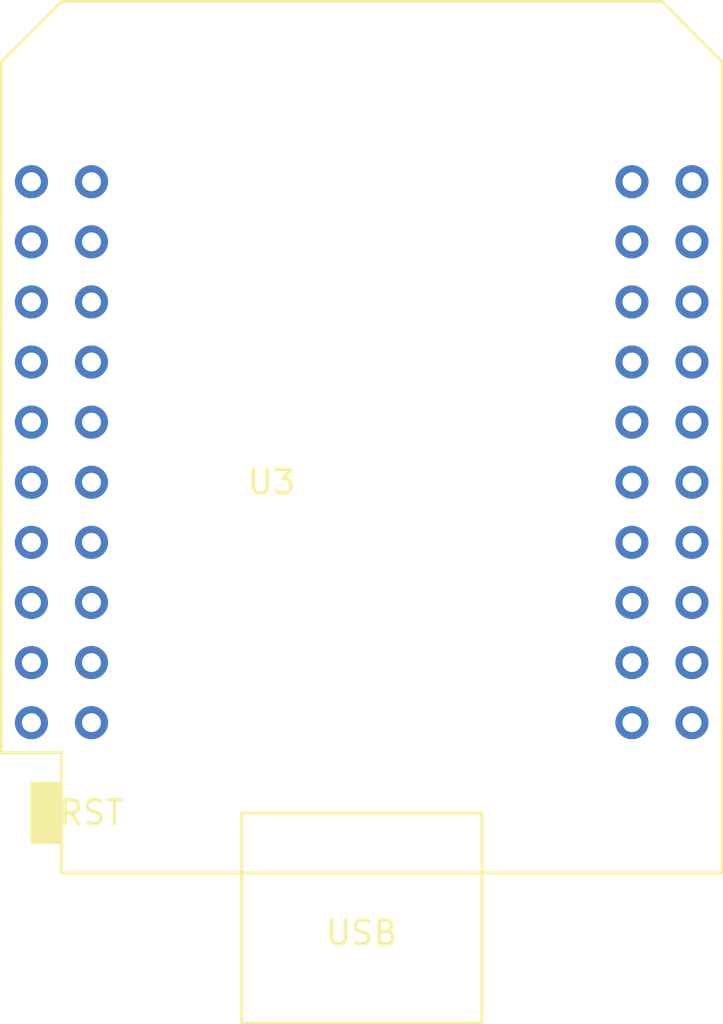
<source format=kicad_pcb>
(kicad_pcb (version 20211014) (generator pcbnew)
  (layers (0 "F.Cu" signal) (31 "B.Cu" signal) (34 "B.Paste" user) (35 "F.Paste" user) (36 "B.SilkS" user "B.Silkscreen") (37 "F.SilkS" user "F.Silkscreen") (38 "B.Mask" user) (39 "F.Mask" user) (44 "Edge.Cuts" user))
  (net 0 "")
  (net 8 "GND")
  (net 12 "Net-(U1-Pad2)")
  (net 13 "Net-(U2-Pad8)")
  (net 17 "Net-(U2-Pad5)")
  (net 24 "+3V3")
  (net 27 "Net-(U2-Pad3)")
  (net 28 "Net-(U2-Pad6)")
  (net 30 "Net-(U2-Pad9)")
  (net 31 "Net-(U2-Pad4)")
  (net 32 "Net-(U2-Pad7)")
  (footprint "ESP32_mini:ESP32_mini" (layer "F.Cu") (at 157.48 83.82)
    (fp_text reference "U3" (at -3.81 1.27) (layer "F.SilkS"))
    (fp_text value "mini_esp32")
    (fp_text user "USB" (at 0 20.32) (layer "F.SilkS"))
    (fp_text user "RST" (at -11.43 15.24) (layer "F.SilkS"))
    (fp_line (start -5.08 17.78) (end -5.08 15.24) (layer "F.SilkS") (width 0.12))
    (fp_line (start -12.7 -19.05) (end -15.24 -16.51) (layer "F.SilkS") (width 0.12))
    (fp_line (start -5.08 24.13) (end 5.08 24.13) (layer "F.SilkS") (width 0.12))
    (fp_line (start -15.24 12.7) (end -12.7 12.7) (layer "F.SilkS") (width 0.12))
    (fp_line (start 12.7 -19.05) (end 15.24 -16.51) (layer "F.SilkS") (width 0.12))
    (fp_line (start -12.7 12.7) (end -12.7 17.78) (layer "F.SilkS") (width 0.12))
    (fp_line (start 5.08 24.13) (end 5.08 17.78) (layer "F.SilkS") (width 0.12))
    (fp_line (start 15.24 -16.51) (end 15.24 17.78) (layer "F.SilkS") (width 0.12))
    (fp_line (start -5.08 15.24) (end 5.08 15.24) (layer "F.SilkS") (width 0.12))
    (fp_line (start -15.24 -16.51) (end -15.24 12.7) (layer "F.SilkS") (width 0.12))
    (fp_line (start 5.08 15.24) (end 5.08 17.78) (layer "F.SilkS") (width 0.12))
    (fp_line (start -5.08 17.78) (end -5.08 24.13) (layer "F.SilkS") (width 0.12))
    (fp_line (start -12.7 -19.05) (end -11.43 -19.05) (layer "F.SilkS") (width 0.12))
    (fp_line (start 12.7 -19.05) (end -11.43 -19.05) (layer "F.SilkS") (width 0.12))
    (fp_line (start -12.7 17.78) (end 15.24 17.78) (layer "F.SilkS") (width 0.12))
    (fp_poly (pts (xy -13.97 16.51) (xy -13.97 13.97) (xy -12.7 13.97) (xy -12.7 16.51)) (layer "F.SilkS") (width 0.1) (fill solid))
    (pad "1" thru_hole circle locked (at -13.97 -11.43 270) (size 1.4 1.4) (drill 0.8) (layers *.Cu *.Mask) (net 8 "GND"))
    (pad "2" thru_hole circle locked (at -11.43 -11.43 270) (size 1.4 1.4) (drill 0.8) (layers *.Cu *.Mask))
    (pad "3" thru_hole circle locked (at -13.97 -8.89 270) (size 1.4 1.4) (drill 0.8) (layers *.Cu *.Mask))
    (pad "4" thru_hole circle locked (at -11.43 -8.89 270) (size 1.4 1.4) (drill 0.8) (layers *.Cu *.Mask))
    (pad "5" thru_hole circle locked (at -13.97 -6.35 270) (size 1.4 1.4) (drill 0.8) (layers *.Cu *.Mask))
    (pad "6" thru_hole circle locked (at -11.43 -6.35 270) (size 1.4 1.4) (drill 0.8) (layers *.Cu *.Mask))
    (pad "7" thru_hole circle locked (at -13.97 -3.81 270) (size 1.4 1.4) (drill 0.8) (layers *.Cu *.Mask))
    (pad "8" thru_hole circle locked (at -11.43 -3.81 270) (size 1.4 1.4) (drill 0.8) (layers *.Cu *.Mask) (net 32 "Net-(U2-Pad7)"))
    (pad "9" thru_hole circle locked (at -13.97 -1.27 270) (size 1.4 1.4) (drill 0.8) (layers *.Cu *.Mask) (net 31 "Net-(U2-Pad4)"))
    (pad "10" thru_hole circle locked (at -11.43 -1.27 270) (size 1.4 1.4) (drill 0.8) (layers *.Cu *.Mask) (net 30 "Net-(U2-Pad9)"))
    (pad "11" thru_hole circle locked (at -13.97 1.27 270) (size 1.4 1.4) (drill 0.8) (layers *.Cu *.Mask))
    (pad "12" thru_hole circle locked (at -11.43 1.27 270) (size 1.4 1.4) (drill 0.8) (layers *.Cu *.Mask) (net 28 "Net-(U2-Pad6)"))
    (pad "13" thru_hole circle locked (at -13.97 3.81 270) (size 1.4 1.4) (drill 0.8) (layers *.Cu *.Mask) (net 27 "Net-(U2-Pad3)"))
    (pad "14" thru_hole circle locked (at -11.43 3.81 270) (size 1.4 1.4) (drill 0.8) (layers *.Cu *.Mask))
    (pad "15" thru_hole circle locked (at -13.97 6.35 270) (size 1.4 1.4) (drill 0.8) (layers *.Cu *.Mask))
    (pad "16" thru_hole circle locked (at -11.43 6.35 270) (size 1.4 1.4) (drill 0.8) (layers *.Cu *.Mask) (net 24 "+3V3"))
    (pad "17" thru_hole circle locked (at -13.97 8.89 270) (size 1.4 1.4) (drill 0.8) (layers *.Cu *.Mask))
    (pad "18" thru_hole circle locked (at -11.43 8.89 270) (size 1.4 1.4) (drill 0.8) (layers *.Cu *.Mask))
    (pad "19" thru_hole circle locked (at -13.97 11.43 270) (size 1.4 1.4) (drill 0.8) (layers *.Cu *.Mask))
    (pad "20" thru_hole circle locked (at -11.43 11.43 270) (size 1.4 1.4) (drill 0.8) (layers *.Cu *.Mask))
    (pad "21" thru_hole circle locked (at 11.43 -11.43 270) (size 1.4 1.4) (drill 0.8) (layers *.Cu *.Mask))
    (pad "22" thru_hole circle locked (at 13.97 -11.43 270) (size 1.4 1.4) (drill 0.8) (layers *.Cu *.Mask) (net 8 "GND"))
    (pad "23" thru_hole circle locked (at 11.43 -8.89 270) (size 1.4 1.4) (drill 0.8) (layers *.Cu *.Mask))
    (pad "24" thru_hole circle locked (at 13.97 -8.89 270) (size 1.4 1.4) (drill 0.8) (layers *.Cu *.Mask) (net 17 "Net-(U2-Pad5)"))
    (pad "25" thru_hole circle locked (at 11.43 -6.35 270) (size 1.4 1.4) (drill 0.8) (layers *.Cu *.Mask))
    (pad "26" thru_hole circle locked (at 13.97 -6.35 270) (size 1.4 1.4) (drill 0.8) (layers *.Cu *.Mask))
    (pad "27" thru_hole circle locked (at 11.43 -3.81 270) (size 1.4 1.4) (drill 0.8) (layers *.Cu *.Mask))
    (pad "28" thru_hole circle locked (at 13.97 -3.81 270) (size 1.4 1.4) (drill 0.8) (layers *.Cu *.Mask) (net 13 "Net-(U2-Pad8)"))
    (pad "29" thru_hole circle locked (at 11.43 -1.27 270) (size 1.4 1.4) (drill 0.8) (layers *.Cu *.Mask) (net 12 "Net-(U1-Pad2)"))
    (pad "30" thru_hole circle locked (at 13.97 -1.27 270) (size 1.4 1.4) (drill 0.8) (layers *.Cu *.Mask))
    (pad "31" thru_hole circle locked (at 11.43 1.27 270) (size 1.4 1.4) (drill 0.8) (layers *.Cu *.Mask))
    (pad "32" thru_hole circle locked (at 13.97 1.27 270) (size 1.4 1.4) (drill 0.8) (layers *.Cu *.Mask))
    (pad "33" thru_hole circle locked (at 11.43 3.81 270) (size 1.4 1.4) (drill 0.8) (layers *.Cu *.Mask) (net 8 "GND"))
    (pad "34" thru_hole circle locked (at 13.97 3.81 270) (size 1.4 1.4) (drill 0.8) (layers *.Cu *.Mask))
    (pad "35" thru_hole circle locked (at 11.43 6.35 270) (size 1.4 1.4) (drill 0.8) (layers *.Cu *.Mask))
    (pad "36" thru_hole circle locked (at 13.97 6.35 270) (size 1.4 1.4) (drill 0.8) (layers *.Cu *.Mask))
    (pad "37" thru_hole circle locked (at 11.43 8.89 270) (size 1.4 1.4) (drill 0.8) (layers *.Cu *.Mask))
    (pad "38" thru_hole circle locked (at 13.97 8.89 270) (size 1.4 1.4) (drill 0.8) (layers *.Cu *.Mask))
    (pad "39" thru_hole circle locked (at 11.43 11.43 270) (size 1.4 1.4) (drill 0.8) (layers *.Cu *.Mask))
    (pad "40" thru_hole circle locked (at 13.97 11.43 270) (size 1.4 1.4) (drill 0.8) (layers *.Cu *.Mask))
  )
)
</source>
